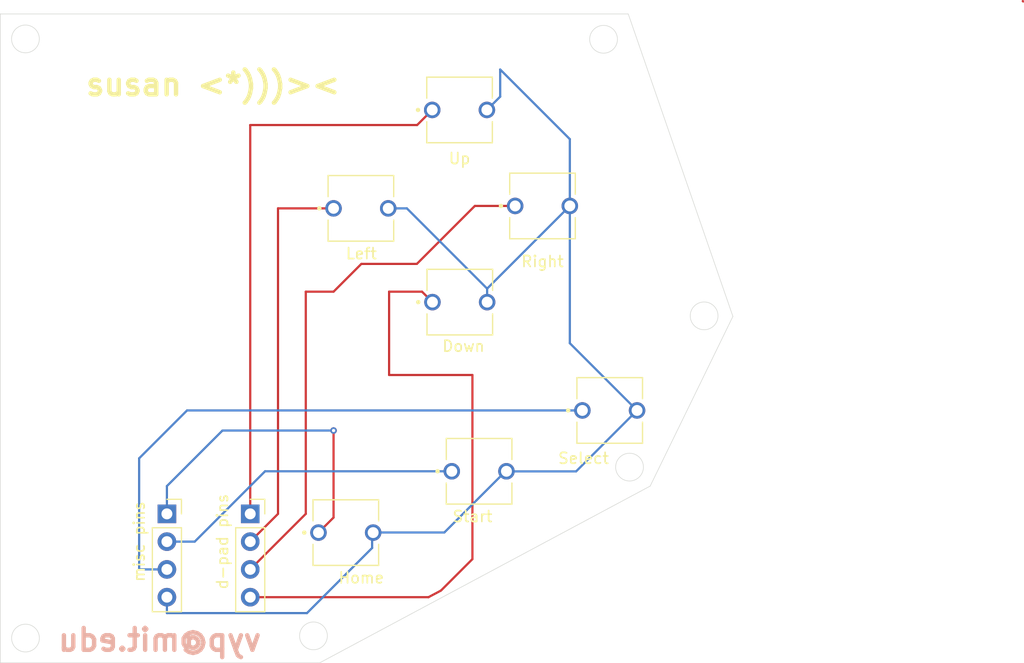
<source format=kicad_pcb>
(kicad_pcb (version 20240108) (generator "pcbnew") (generator_version "8.0")
  (layers (0 "F.Cu" signal) (31 "B.Cu" signal) (34 "B.Paste" user) (35 "F.Paste" user) (36 "B.SilkS" user "B.Silkscreen") (37 "F.SilkS" user "F.Silkscreen") (38 "B.Mask" user) (39 "F.Mask" user) (44 "Edge.Cuts" user))
  (net 0 "")
  (net 1 "/GND")
  (net 2 "/D0")
  (net 3 "/D3")
  (net 4 "/D4")
  (net 5 "/D2")
  (net 6 "/D1")
  (net 7 "/D17")
  (net 8 "/D16")
  (footprint "Downloads:SW_BUTT-2" (layer "F.Cu") (at 138.545585 102.556166)
    (property "Reference" "SW2")
    (property "Value" "Down" (at 0.338872 4.028471 0) (layer "F.SilkS"))
    (fp_line (start -3 -3) (end 3 -3) (stroke (width 0.127)) (layer "F.SilkS"))
    (fp_line (start -3 -1.075) (end -3 -3) (stroke (width 0.127)) (layer "F.SilkS"))
    (fp_line (start -3 3) (end -3 1.075) (stroke (width 0.127)) (layer "F.SilkS"))
    (fp_line (start 3 -3) (end 3 -1.075) (stroke (width 0.127)) (layer "F.SilkS"))
    (fp_line (start 3 1.075) (end 3 3) (stroke (width 0.127)) (layer "F.SilkS"))
    (fp_line (start 3 3) (end -3 3) (stroke (width 0.127)) (layer "F.SilkS"))
    (fp_circle (center -3.8 0) (end -3.7 0) (stroke (width 0.2)) (fill none) (layer "F.SilkS"))
    (pad "1" thru_hole circle (at -2.5 0) (size 1.508 1.508) (drill 1) (layers "*.Cu" "*.Mask") (net 4 "/D4"))
    (pad "2" thru_hole circle (at 2.5 0) (size 1.508 1.508) (drill 1) (layers "*.Cu" "*.Mask") (net 1 "/GND"))
  )
  (footprint "Downloads:SW_BUTT-2" (layer "F.Cu") (at 146.108431 93.75901)
    (property "Reference" "SW4")
    (property "Value" "Right" (at 0 5.08 0) (layer "F.SilkS"))
    (fp_line (start -3 -3) (end 3 -3) (stroke (width 0.127)) (layer "F.SilkS"))
    (fp_line (start -3 -1.075) (end -3 -3) (stroke (width 0.127)) (layer "F.SilkS"))
    (fp_line (start -3 3) (end -3 1.075) (stroke (width 0.127)) (layer "F.SilkS"))
    (fp_line (start 3 -3) (end 3 -1.075) (stroke (width 0.127)) (layer "F.SilkS"))
    (fp_line (start 3 1.075) (end 3 3) (stroke (width 0.127)) (layer "F.SilkS"))
    (fp_line (start 3 3) (end -3 3) (stroke (width 0.127)) (layer "F.SilkS"))
    (fp_circle (center -3.8 0) (end -3.7 0) (stroke (width 0.2)) (fill none) (layer "F.SilkS"))
    (pad "1" thru_hole circle (at -2.5 0) (size 1.508 1.508) (drill 1) (layers "*.Cu" "*.Mask") (net 3 "/D3"))
    (pad "2" thru_hole circle (at 2.5 0) (size 1.508 1.508) (drill 1) (layers "*.Cu" "*.Mask") (net 1 "/GND"))
  )
  (footprint "Connector_PinSocket_2.54mm:PinSocket_1x04_P2.54mm_Vertical" (layer "F.Cu") (at 119.38 121.92)
    (property "Reference" "J1")
    (property "Value" "d-pad pins" (at -2.54 2.54 90) (layer "F.SilkS"))
    (fp_line (start -1.33 1.27) (end -1.33 8.95) (stroke (width 0.12)) (layer "F.SilkS"))
    (fp_line (start -1.33 1.27) (end 1.33 1.27) (stroke (width 0.12)) (layer "F.SilkS"))
    (fp_line (start -1.33 8.95) (end 1.33 8.95) (stroke (width 0.12)) (layer "F.SilkS"))
    (fp_line (start 0 -1.33) (end 1.33 -1.33) (stroke (width 0.12)) (layer "F.SilkS"))
    (fp_line (start 1.33 -1.33) (end 1.33 0) (stroke (width 0.12)) (layer "F.SilkS"))
    (fp_line (start 1.33 1.27) (end 1.33 8.95) (stroke (width 0.12)) (layer "F.SilkS"))
    (pad "1" thru_hole rect (at 0 0) (size 1.7 1.7) (drill 1) (layers "*.Cu" "*.Mask") (net 2 "/D0"))
    (pad "2" thru_hole oval (at 0 2.54) (size 1.7 1.7) (drill 1) (layers "*.Cu" "*.Mask") (net 5 "/D2"))
    (pad "3" thru_hole oval (at 0 5.08) (size 1.7 1.7) (drill 1) (layers "*.Cu" "*.Mask") (net 3 "/D3"))
    (pad "4" thru_hole oval (at 0 7.62) (size 1.7 1.7) (drill 1) (layers "*.Cu" "*.Mask") (net 4 "/D4"))
  )
  (footprint "Downloads:SW_BUTT-2" (layer "F.Cu") (at 138.52398 84.978965)
    (property "Reference" "SW1")
    (property "Value" "Up" (at 0 4.445 0) (layer "F.SilkS"))
    (fp_line (start -3 -3) (end 3 -3) (stroke (width 0.127)) (layer "F.SilkS"))
    (fp_line (start -3 -1.075) (end -3 -3) (stroke (width 0.127)) (layer "F.SilkS"))
    (fp_line (start -3 3) (end -3 1.075) (stroke (width 0.127)) (layer "F.SilkS"))
    (fp_line (start 3 -3) (end 3 -1.075) (stroke (width 0.127)) (layer "F.SilkS"))
    (fp_line (start 3 1.075) (end 3 3) (stroke (width 0.127)) (layer "F.SilkS"))
    (fp_line (start 3 3) (end -3 3) (stroke (width 0.127)) (layer "F.SilkS"))
    (fp_circle (center -3.8 0) (end -3.7 0) (stroke (width 0.2)) (fill none) (layer "F.SilkS"))
    (pad "1" thru_hole circle (at -2.5 0) (size 1.508 1.508) (drill 1) (layers "*.Cu" "*.Mask") (net 2 "/D0"))
    (pad "2" thru_hole circle (at 2.5 0) (size 1.508 1.508) (drill 1) (layers "*.Cu" "*.Mask") (net 1 "/GND"))
  )
  (footprint "Connector_PinSocket_2.54mm:PinSocket_1x04_P2.54mm_Vertical" (layer "F.Cu") (at 111.76 121.92)
    (property "Reference" "J2")
    (property "Value" "misc pins" (at -2.54 2.54 90) (layer "F.SilkS"))
    (fp_line (start -1.33 1.27) (end -1.33 8.95) (stroke (width 0.12)) (layer "F.SilkS"))
    (fp_line (start -1.33 1.27) (end 1.33 1.27) (stroke (width 0.12)) (layer "F.SilkS"))
    (fp_line (start -1.33 8.95) (end 1.33 8.95) (stroke (width 0.12)) (layer "F.SilkS"))
    (fp_line (start 0 -1.33) (end 1.33 -1.33) (stroke (width 0.12)) (layer "F.SilkS"))
    (fp_line (start 1.33 -1.33) (end 1.33 0) (stroke (width 0.12)) (layer "F.SilkS"))
    (fp_line (start 1.33 1.27) (end 1.33 8.95) (stroke (width 0.12)) (layer "F.SilkS"))
    (pad "1" thru_hole rect (at 0 0) (size 1.7 1.7) (drill 1) (layers "*.Cu" "*.Mask") (net 8 "/D16"))
    (pad "2" thru_hole oval (at 0 2.54) (size 1.7 1.7) (drill 1) (layers "*.Cu" "*.Mask") (net 7 "/D17"))
    (pad "3" thru_hole oval (at 0 5.08) (size 1.7 1.7) (drill 1) (layers "*.Cu" "*.Mask") (net 6 "/D1"))
    (pad "4" thru_hole oval (at 0 7.62) (size 1.7 1.7) (drill 1) (layers "*.Cu" "*.Mask") (net 1 "/GND"))
  )
  (footprint "Downloads:SW_BUTT-2" (layer "F.Cu") (at 152.257178 112.46181)
    (property "Reference" "SW8")
    (property "Value" "Select" (at -2.397178 4.37819 0) (layer "F.SilkS"))
    (fp_line (start -3 -3) (end 3 -3) (stroke (width 0.127)) (layer "F.SilkS"))
    (fp_line (start -3 -1.075) (end -3 -3) (stroke (width 0.127)) (layer "F.SilkS"))
    (fp_line (start -3 3) (end -3 1.075) (stroke (width 0.127)) (layer "F.SilkS"))
    (fp_line (start 3 -3) (end 3 -1.075) (stroke (width 0.127)) (layer "F.SilkS"))
    (fp_line (start 3 1.075) (end 3 3) (stroke (width 0.127)) (layer "F.SilkS"))
    (fp_line (start 3 3) (end -3 3) (stroke (width 0.127)) (layer "F.SilkS"))
    (fp_circle (center -3.8 0) (end -3.7 0) (stroke (width 0.2)) (fill none) (layer "F.SilkS"))
    (pad "1" thru_hole circle (at -2.5 0) (size 1.508 1.508) (drill 1) (layers "*.Cu" "*.Mask") (net 6 "/D1"))
    (pad "2" thru_hole circle (at 2.5 0) (size 1.508 1.508) (drill 1) (layers "*.Cu" "*.Mask") (net 1 "/GND"))
  )
  (footprint "Downloads:SW_BUTT-2" (layer "F.Cu") (at 140.312219 118.026052)
    (property "Reference" "SW7")
    (property "Value" "Start" (at -0.607242 4.135 0) (layer "F.SilkS"))
    (fp_line (start -3 -3) (end 3 -3) (stroke (width 0.127)) (layer "F.SilkS"))
    (fp_line (start -3 -1.075) (end -3 -3) (stroke (width 0.127)) (layer "F.SilkS"))
    (fp_line (start -3 3) (end -3 1.075) (stroke (width 0.127)) (layer "F.SilkS"))
    (fp_line (start 3 -3) (end 3 -1.075) (stroke (width 0.127)) (layer "F.SilkS"))
    (fp_line (start 3 1.075) (end 3 3) (stroke (width 0.127)) (layer "F.SilkS"))
    (fp_line (start 3 3) (end -3 3) (stroke (width 0.127)) (layer "F.SilkS"))
    (fp_circle (center -3.8 0) (end -3.7 0) (stroke (width 0.2)) (fill none) (layer "F.SilkS"))
    (pad "1" thru_hole circle (at -2.5 0) (size 1.508 1.508) (drill 1) (layers "*.Cu" "*.Mask") (net 7 "/D17"))
    (pad "2" thru_hole circle (at 2.5 0) (size 1.508 1.508) (drill 1) (layers "*.Cu" "*.Mask") (net 1 "/GND"))
  )
  (footprint "Downloads:SW_BUTT-2" (layer "F.Cu") (at 128.121492 123.633777)
    (property "Reference" "SW6")
    (property "Value" "Home" (at 1.418508 4.135 0) (layer "F.SilkS"))
    (fp_line (start -3 -3) (end 3 -3) (stroke (width 0.127)) (layer "F.SilkS"))
    (fp_line (start -3 -1.075) (end -3 -3) (stroke (width 0.127)) (layer "F.SilkS"))
    (fp_line (start -3 3) (end -3 1.075) (stroke (width 0.127)) (layer "F.SilkS"))
    (fp_line (start 3 -3) (end 3 -1.075) (stroke (width 0.127)) (layer "F.SilkS"))
    (fp_line (start 3 1.075) (end 3 3) (stroke (width 0.127)) (layer "F.SilkS"))
    (fp_line (start 3 3) (end -3 3) (stroke (width 0.127)) (layer "F.SilkS"))
    (fp_circle (center -3.8 0) (end -3.7 0) (stroke (width 0.2)) (fill none) (layer "F.SilkS"))
    (pad "1" thru_hole circle (at -2.5 0) (size 1.508 1.508) (drill 1) (layers "*.Cu" "*.Mask") (net 8 "/D16"))
    (pad "2" thru_hole circle (at 2.5 0) (size 1.508 1.508) (drill 1) (layers "*.Cu" "*.Mask") (net 1 "/GND"))
  )
  (footprint "Downloads:SW_BUTT-2" (layer "F.Cu") (at 129.5 93.98)
    (property "Reference" "SW3")
    (property "Value" "Left" (at 0.04 4.135 0) (layer "F.SilkS"))
    (fp_line (start -3 -3) (end 3 -3) (stroke (width 0.127)) (layer "F.SilkS"))
    (fp_line (start -3 -1.075) (end -3 -3) (stroke (width 0.127)) (layer "F.SilkS"))
    (fp_line (start -3 3) (end -3 1.075) (stroke (width 0.127)) (layer "F.SilkS"))
    (fp_line (start 3 -3) (end 3 -1.075) (stroke (width 0.127)) (layer "F.SilkS"))
    (fp_line (start 3 1.075) (end 3 3) (stroke (width 0.127)) (layer "F.SilkS"))
    (fp_line (start 3 3) (end -3 3) (stroke (width 0.127)) (layer "F.SilkS"))
    (fp_circle (center -3.8 0) (end -3.7 0) (stroke (width 0.2)) (fill none) (layer "F.SilkS"))
    (pad "1" thru_hole circle (at -2.5 0) (size 1.508 1.508) (drill 1) (layers "*.Cu" "*.Mask") (net 5 "/D2"))
    (pad "2" thru_hole circle (at 2.5 0) (size 1.508 1.508) (drill 1) (layers "*.Cu" "*.Mask") (net 1 "/GND"))
  )
  (gr_circle (center 151.692914 78.517214) (end 150.422914 78.517214) (stroke (width 0.05)) (fill none) (layer "Edge.Cuts"))
  (gr_circle (center 160.891029 103.812443) (end 162.161029 103.812443) (stroke (width 0.05)) (fill none) (layer "Edge.Cuts"))
  (gr_line (start 163.522901 103.863254) (end 155.956 119.38) (stroke (width 0.05)) (layer "Edge.Cuts"))
  (gr_circle (center 154.068609 117.644556) (end 155.338609 117.644556) (stroke (width 0.05)) (fill none) (layer "Edge.Cuts"))
  (gr_line (start 125.732813 135.542849) (end 155.956 119.38) (stroke (width 0.05)) (layer "Edge.Cuts"))
  (gr_line (start 153.951329 76.2) (end 96.52 76.2) (stroke (width 0.05)) (layer "Edge.Cuts"))
  (gr_line (start 96.52 135.54) (end 125.73 135.54) (stroke (width 0.05)) (layer "Edge.Cuts"))
  (gr_circle (center 98.827065 133.278643) (end 100.097065 133.278643) (stroke (width 0.05)) (fill none) (layer "Edge.Cuts"))
  (gr_line (start 96.52 76.2) (end 96.52 135.54) (stroke (width 0.05)) (layer "Edge.Cuts"))
  (gr_circle (center 125.163181 133.07827) (end 126.433181 133.07827) (stroke (width 0.05)) (fill none) (layer "Edge.Cuts"))
  (gr_circle (center 98.822043 78.484153) (end 98.822043 79.754153) (stroke (width 0.05)) (fill none) (layer "Edge.Cuts"))
  (gr_line (start 153.951329 76.2) (end 163.522901 103.863254) (stroke (width 0.05)) (layer "Edge.Cuts"))
  (gr_text "vyp@mit.edu\n" (at 101.6 134.62 0) (layer "B.SilkS") (effects (font (size 2 2) (thickness 0.4) (bold yes)) (justify right bottom mirror)))
  (gr_text "susan <*)))><\n" (at 104.14 83.82 0) (layer "F.SilkS") (effects (font (size 2 2) (thickness 0.4) (bold yes)) (justify left bottom)))
  (segment (start 190.06708 75.06) (end 190.03181 75.02473) (width 0.2) (layer "F.Cu") (net 0))
  (segment (start 137.13211 123.622708) (end 130.52811 123.622708) (width 0.2) (layer "B.Cu") (net 1))
  (segment (start 132 93.98) (end 133.703729 93.98) (width 0.2) (layer "B.Cu") (net 1))
  (segment (start 133.703729 93.98) (end 141.045585 101.321856) (width 0.2) (layer "B.Cu") (net 1))
  (segment (start 142.24 83.762945) (end 142.24 81.28) (width 0.2) (layer "B.Cu") (net 1))
  (segment (start 148.608431 87.648431) (end 142.24 81.28) (width 0.2) (layer "B.Cu") (net 1))
  (segment (start 154.757178 112.46181) (end 149.18428 118.034708) (width 0.2) (layer "B.Cu") (net 1))
  (segment (start 130.52811 123.622708) (end 130.52811 125.037217) (width 0.2) (layer "B.Cu") (net 1))
  (segment (start 141.02398 84.978965) (end 142.24 83.762945) (width 0.2) (layer "B.Cu") (net 1))
  (segment (start 148.608431 93.75901) (end 148.608431 106.313063) (width 0.2) (layer "B.Cu") (net 1))
  (segment (start 148.608431 106.313063) (end 154.757178 112.46181) (width 0.2) (layer "B.Cu") (net 1))
  (segment (start 141.045585 101.321856) (end 148.608431 93.75901) (width 0.2) (layer "B.Cu") (net 1))
  (segment (start 142.72011 118.034708) (end 137.13211 123.622708) (width 0.2) (layer "B.Cu") (net 1))
  (segment (start 148.608431 93.75901) (end 148.608431 87.648431) (width 0.2) (layer "B.Cu") (net 1))
  (segment (start 124.569316 130.996011) (end 111.76 130.996011) (width 0.2) (layer "B.Cu") (net 1))
  (segment (start 111.76 129.54) (end 111.76 130.996011) (width 0.2) (layer "B.Cu") (net 1))
  (segment (start 130.52811 125.037217) (end 124.569316 130.996011) (width 0.2) (layer "B.Cu") (net 1))
  (segment (start 149.18428 118.034708) (end 142.72011 118.034708) (width 0.2) (layer "B.Cu") (net 1))
  (segment (start 141.045585 102.556166) (end 141.045585 101.321856) (width 0.2) (layer "B.Cu") (net 1))
  (segment (start 134.642945 86.36) (end 136.02398 84.978965) (width 0.2) (layer "F.Cu") (net 2))
  (segment (start 119.38 121.92) (end 119.38 86.36) (width 0.2) (layer "F.Cu") (net 2))
  (segment (start 119.38 86.36) (end 134.642945 86.36) (width 0.2) (layer "F.Cu") (net 2))
  (segment (start 134.62 99.06) (end 139.92099 93.75901) (width 0.2) (layer "F.Cu") (net 3))
  (segment (start 127 101.6) (end 129.54 99.06) (width 0.2) (layer "F.Cu") (net 3))
  (segment (start 129.54 99.06) (end 134.62 99.06) (width 0.2) (layer "F.Cu") (net 3))
  (segment (start 124.46 121.92) (end 124.46 101.6) (width 0.2) (layer "F.Cu") (net 3))
  (segment (start 139.92099 93.75901) (end 143.608431 93.75901) (width 0.2) (layer "F.Cu") (net 3))
  (segment (start 119.38 127) (end 124.46 121.92) (width 0.2) (layer "F.Cu") (net 3))
  (segment (start 124.46 101.6) (end 127 101.6) (width 0.2) (layer "F.Cu") (net 3))
  (segment (start 119.38 129.54) (end 135.685333 129.54) (width 0.2) (layer "F.Cu") (net 4))
  (segment (start 132.08 109.22) (end 132.08 101.6) (width 0.2) (layer "F.Cu") (net 4))
  (segment (start 132.08 101.6) (end 135.089419 101.6) (width 0.2) (layer "F.Cu") (net 4))
  (segment (start 135.685333 129.54) (end 136.832048 128.926756) (width 0.2) (layer "F.Cu") (net 4))
  (segment (start 139.7 109.22) (end 132.08 109.22) (width 0.2) (layer "F.Cu") (net 4))
  (segment (start 136.832048 128.926756) (end 139.7 126.058804) (width 0.2) (layer "F.Cu") (net 4))
  (segment (start 139.7 126.058804) (end 139.7 109.22) (width 0.2) (layer "F.Cu") (net 4))
  (segment (start 135.089419 101.6) (end 136.045585 102.556166) (width 0.2) (layer "F.Cu") (net 4))
  (segment (start 121.92 93.98) (end 127 93.98) (width 0.2) (layer "F.Cu") (net 5))
  (segment (start 121.92 121.92) (end 121.92 93.98) (width 0.2) (layer "F.Cu") (net 5))
  (segment (start 119.38 124.46) (end 121.92 121.92) (width 0.2) (layer "F.Cu") (net 5))
  (segment (start 109.22 127) (end 111.76 127) (width 0.2) (layer "B.Cu") (net 6))
  (segment (start 109.22 116.84) (end 109.22 127) (width 0.2) (layer "B.Cu") (net 6))
  (segment (start 149.757178 112.46181) (end 113.59819 112.46181) (width 0.2) (layer "B.Cu") (net 6))
  (segment (start 113.59819 112.46181) (end 109.22 116.84) (width 0.2) (layer "B.Cu") (net 6))
  (segment (start 114.3 124.46) (end 111.76 124.46) (width 0.2) (layer "B.Cu") (net 7))
  (segment (start 137.812219 118.026052) (end 120.733948 118.026052) (width 0.2) (layer "B.Cu") (net 7))
  (segment (start 120.733948 118.026052) (end 114.3 124.46) (width 0.2) (layer "B.Cu") (net 7))
  (segment (start 127 114.3) (end 127 122.255269) (width 0.2) (layer "F.Cu") (net 8))
  (segment (start 127 122.255269) (end 125.621492 123.633777) (width 0.2) (layer "F.Cu") (net 8))
  (via (at 127 114.3) (size 0.6) (drill 0.3) (layers "F.Cu" "B.Cu") (net 8))
  (segment (start 111.76 119.38) (end 116.84 114.3) (width 0.2) (layer "B.Cu") (net 8))
  (segment (start 116.84 114.3) (end 119.38 114.3) (width 0.2) (layer "B.Cu") (net 8))
  (segment (start 119.38 114.3) (end 127 114.3) (width 0.2) (layer "B.Cu") (net 8))
  (segment (start 111.76 121.92) (end 111.76 119.38) (width 0.2) (layer "B.Cu") (net 8))
)
</source>
